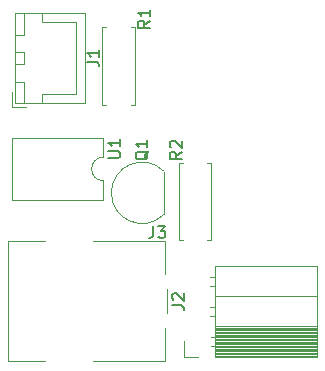
<source format=gbr>
%TF.GenerationSoftware,KiCad,Pcbnew,5.1.6-c6e7f7d~87~ubuntu20.04.1*%
%TF.CreationDate,2020-07-26T21:02:50+02:00*%
%TF.ProjectId,ender3-laser,656e6465-7233-42d6-9c61-7365722e6b69,rev?*%
%TF.SameCoordinates,Original*%
%TF.FileFunction,Legend,Top*%
%TF.FilePolarity,Positive*%
%FSLAX46Y46*%
G04 Gerber Fmt 4.6, Leading zero omitted, Abs format (unit mm)*
G04 Created by KiCad (PCBNEW 5.1.6-c6e7f7d~87~ubuntu20.04.1) date 2020-07-26 21:02:50*
%MOMM*%
%LPD*%
G01*
G04 APERTURE LIST*
%ADD10C,0.120000*%
%ADD11C,0.150000*%
G04 APERTURE END LIST*
D10*
%TO.C,J2*%
X137200000Y-94300000D02*
X137200000Y-96300000D01*
X123790000Y-90190000D02*
X126850000Y-90190000D01*
X123790000Y-100410000D02*
X123790000Y-90190000D01*
X126850000Y-100410000D02*
X123790000Y-100410000D01*
X137010000Y-100410000D02*
X130950000Y-100410000D01*
X137010000Y-97600000D02*
X137010000Y-100410000D01*
X137010000Y-90190000D02*
X137010000Y-93000000D01*
X130950000Y-90190000D02*
X137010000Y-90190000D01*
%TO.C,J3*%
X149890000Y-99910000D02*
X141260000Y-99910000D01*
X149890000Y-99791905D02*
X141260000Y-99791905D01*
X149890000Y-99673810D02*
X141260000Y-99673810D01*
X149890000Y-99555715D02*
X141260000Y-99555715D01*
X149890000Y-99437620D02*
X141260000Y-99437620D01*
X149890000Y-99319525D02*
X141260000Y-99319525D01*
X149890000Y-99201430D02*
X141260000Y-99201430D01*
X149890000Y-99083335D02*
X141260000Y-99083335D01*
X149890000Y-98965240D02*
X141260000Y-98965240D01*
X149890000Y-98847145D02*
X141260000Y-98847145D01*
X149890000Y-98729050D02*
X141260000Y-98729050D01*
X149890000Y-98610955D02*
X141260000Y-98610955D01*
X149890000Y-98492860D02*
X141260000Y-98492860D01*
X149890000Y-98374765D02*
X141260000Y-98374765D01*
X149890000Y-98256670D02*
X141260000Y-98256670D01*
X149890000Y-98138575D02*
X141260000Y-98138575D01*
X149890000Y-98020480D02*
X141260000Y-98020480D01*
X149890000Y-97902385D02*
X141260000Y-97902385D01*
X149890000Y-97784290D02*
X141260000Y-97784290D01*
X149890000Y-97666195D02*
X141260000Y-97666195D01*
X149890000Y-97548100D02*
X141260000Y-97548100D01*
X141260000Y-99060000D02*
X140910000Y-99060000D01*
X141260000Y-98340000D02*
X140910000Y-98340000D01*
X141260000Y-96520000D02*
X140850000Y-96520000D01*
X141260000Y-95800000D02*
X140850000Y-95800000D01*
X141260000Y-93980000D02*
X140850000Y-93980000D01*
X141260000Y-93260000D02*
X140850000Y-93260000D01*
X149890000Y-97430000D02*
X141260000Y-97430000D01*
X149890000Y-94890000D02*
X141260000Y-94890000D01*
X149890000Y-100030000D02*
X141260000Y-100030000D01*
X141260000Y-100030000D02*
X141260000Y-92290000D01*
X149890000Y-92290000D02*
X141260000Y-92290000D01*
X149890000Y-100030000D02*
X149890000Y-92290000D01*
X138690000Y-100030000D02*
X138690000Y-98700000D01*
X139800000Y-100030000D02*
X138690000Y-100030000D01*
%TO.C,J1*%
X124050000Y-78850000D02*
X125300000Y-78850000D01*
X124050000Y-77600000D02*
X124050000Y-78850000D01*
X129550000Y-71700000D02*
X129550000Y-74750000D01*
X126600000Y-71700000D02*
X129550000Y-71700000D01*
X126600000Y-70950000D02*
X126600000Y-71700000D01*
X129550000Y-77800000D02*
X129550000Y-74750000D01*
X126600000Y-77800000D02*
X129550000Y-77800000D01*
X126600000Y-78550000D02*
X126600000Y-77800000D01*
X124350000Y-70950000D02*
X124350000Y-72750000D01*
X125100000Y-70950000D02*
X124350000Y-70950000D01*
X125100000Y-72750000D02*
X125100000Y-70950000D01*
X124350000Y-72750000D02*
X125100000Y-72750000D01*
X124350000Y-76750000D02*
X124350000Y-78550000D01*
X125100000Y-76750000D02*
X124350000Y-76750000D01*
X125100000Y-78550000D02*
X125100000Y-76750000D01*
X124350000Y-78550000D02*
X125100000Y-78550000D01*
X124350000Y-74250000D02*
X124350000Y-75250000D01*
X125100000Y-74250000D02*
X124350000Y-74250000D01*
X125100000Y-75250000D02*
X125100000Y-74250000D01*
X124350000Y-75250000D02*
X125100000Y-75250000D01*
X124340000Y-70940000D02*
X124340000Y-78560000D01*
X130310000Y-70940000D02*
X124340000Y-70940000D01*
X130310000Y-78560000D02*
X130310000Y-70940000D01*
X124340000Y-78560000D02*
X130310000Y-78560000D01*
%TO.C,U1*%
X131830000Y-86760000D02*
X131830000Y-85110000D01*
X124090000Y-86760000D02*
X131830000Y-86760000D01*
X124090000Y-81460000D02*
X124090000Y-86760000D01*
X131830000Y-81460000D02*
X124090000Y-81460000D01*
X131830000Y-83110000D02*
X131830000Y-81460000D01*
X131830000Y-85110000D02*
G75*
G02*
X131830000Y-83110000I0J1000000D01*
G01*
%TO.C,R2*%
X140970000Y-83620000D02*
X140640000Y-83620000D01*
X140970000Y-90160000D02*
X140970000Y-83620000D01*
X140640000Y-90160000D02*
X140970000Y-90160000D01*
X138230000Y-83620000D02*
X138560000Y-83620000D01*
X138230000Y-90160000D02*
X138230000Y-83620000D01*
X138560000Y-90160000D02*
X138230000Y-90160000D01*
%TO.C,R1*%
X134470000Y-72120000D02*
X134140000Y-72120000D01*
X134470000Y-78660000D02*
X134470000Y-72120000D01*
X134140000Y-78660000D02*
X134470000Y-78660000D01*
X131730000Y-72120000D02*
X132060000Y-72120000D01*
X131730000Y-78660000D02*
X131730000Y-72120000D01*
X132060000Y-78660000D02*
X131730000Y-78660000D01*
%TO.C,Q1*%
X136950000Y-87930000D02*
X136950000Y-84330000D01*
X136938478Y-84291522D02*
G75*
G03*
X132500000Y-86130000I-1838478J-1838478D01*
G01*
X136938478Y-87968478D02*
G75*
G02*
X132500000Y-86130000I-1838478J1838478D01*
G01*
%TO.C,J2*%
D11*
X137652380Y-95633333D02*
X138366666Y-95633333D01*
X138509523Y-95680952D01*
X138604761Y-95776190D01*
X138652380Y-95919047D01*
X138652380Y-96014285D01*
X137747619Y-95204761D02*
X137700000Y-95157142D01*
X137652380Y-95061904D01*
X137652380Y-94823809D01*
X137700000Y-94728571D01*
X137747619Y-94680952D01*
X137842857Y-94633333D01*
X137938095Y-94633333D01*
X138080952Y-94680952D01*
X138652380Y-95252380D01*
X138652380Y-94633333D01*
%TO.C,J3*%
X136066666Y-88952380D02*
X136066666Y-89666666D01*
X136019047Y-89809523D01*
X135923809Y-89904761D01*
X135780952Y-89952380D01*
X135685714Y-89952380D01*
X136447619Y-88952380D02*
X137066666Y-88952380D01*
X136733333Y-89333333D01*
X136876190Y-89333333D01*
X136971428Y-89380952D01*
X137019047Y-89428571D01*
X137066666Y-89523809D01*
X137066666Y-89761904D01*
X137019047Y-89857142D01*
X136971428Y-89904761D01*
X136876190Y-89952380D01*
X136590476Y-89952380D01*
X136495238Y-89904761D01*
X136447619Y-89857142D01*
%TO.C,J1*%
X130452380Y-75033333D02*
X131166666Y-75033333D01*
X131309523Y-75080952D01*
X131404761Y-75176190D01*
X131452380Y-75319047D01*
X131452380Y-75414285D01*
X131452380Y-74033333D02*
X131452380Y-74604761D01*
X131452380Y-74319047D02*
X130452380Y-74319047D01*
X130595238Y-74414285D01*
X130690476Y-74509523D01*
X130738095Y-74604761D01*
%TO.C,U1*%
X132252380Y-83161904D02*
X133061904Y-83161904D01*
X133157142Y-83114285D01*
X133204761Y-83066666D01*
X133252380Y-82971428D01*
X133252380Y-82780952D01*
X133204761Y-82685714D01*
X133157142Y-82638095D01*
X133061904Y-82590476D01*
X132252380Y-82590476D01*
X133252380Y-81590476D02*
X133252380Y-82161904D01*
X133252380Y-81876190D02*
X132252380Y-81876190D01*
X132395238Y-81971428D01*
X132490476Y-82066666D01*
X132538095Y-82161904D01*
%TO.C,R2*%
X138452380Y-82666666D02*
X137976190Y-83000000D01*
X138452380Y-83238095D02*
X137452380Y-83238095D01*
X137452380Y-82857142D01*
X137500000Y-82761904D01*
X137547619Y-82714285D01*
X137642857Y-82666666D01*
X137785714Y-82666666D01*
X137880952Y-82714285D01*
X137928571Y-82761904D01*
X137976190Y-82857142D01*
X137976190Y-83238095D01*
X137547619Y-82285714D02*
X137500000Y-82238095D01*
X137452380Y-82142857D01*
X137452380Y-81904761D01*
X137500000Y-81809523D01*
X137547619Y-81761904D01*
X137642857Y-81714285D01*
X137738095Y-81714285D01*
X137880952Y-81761904D01*
X138452380Y-82333333D01*
X138452380Y-81714285D01*
%TO.C,R1*%
X135752380Y-71566666D02*
X135276190Y-71900000D01*
X135752380Y-72138095D02*
X134752380Y-72138095D01*
X134752380Y-71757142D01*
X134800000Y-71661904D01*
X134847619Y-71614285D01*
X134942857Y-71566666D01*
X135085714Y-71566666D01*
X135180952Y-71614285D01*
X135228571Y-71661904D01*
X135276190Y-71757142D01*
X135276190Y-72138095D01*
X135752380Y-70614285D02*
X135752380Y-71185714D01*
X135752380Y-70900000D02*
X134752380Y-70900000D01*
X134895238Y-70995238D01*
X134990476Y-71090476D01*
X135038095Y-71185714D01*
%TO.C,Q1*%
X135647619Y-82595238D02*
X135600000Y-82690476D01*
X135504761Y-82785714D01*
X135361904Y-82928571D01*
X135314285Y-83023809D01*
X135314285Y-83119047D01*
X135552380Y-83071428D02*
X135504761Y-83166666D01*
X135409523Y-83261904D01*
X135219047Y-83309523D01*
X134885714Y-83309523D01*
X134695238Y-83261904D01*
X134600000Y-83166666D01*
X134552380Y-83071428D01*
X134552380Y-82880952D01*
X134600000Y-82785714D01*
X134695238Y-82690476D01*
X134885714Y-82642857D01*
X135219047Y-82642857D01*
X135409523Y-82690476D01*
X135504761Y-82785714D01*
X135552380Y-82880952D01*
X135552380Y-83071428D01*
X135552380Y-81690476D02*
X135552380Y-82261904D01*
X135552380Y-81976190D02*
X134552380Y-81976190D01*
X134695238Y-82071428D01*
X134790476Y-82166666D01*
X134838095Y-82261904D01*
%TD*%
M02*

</source>
